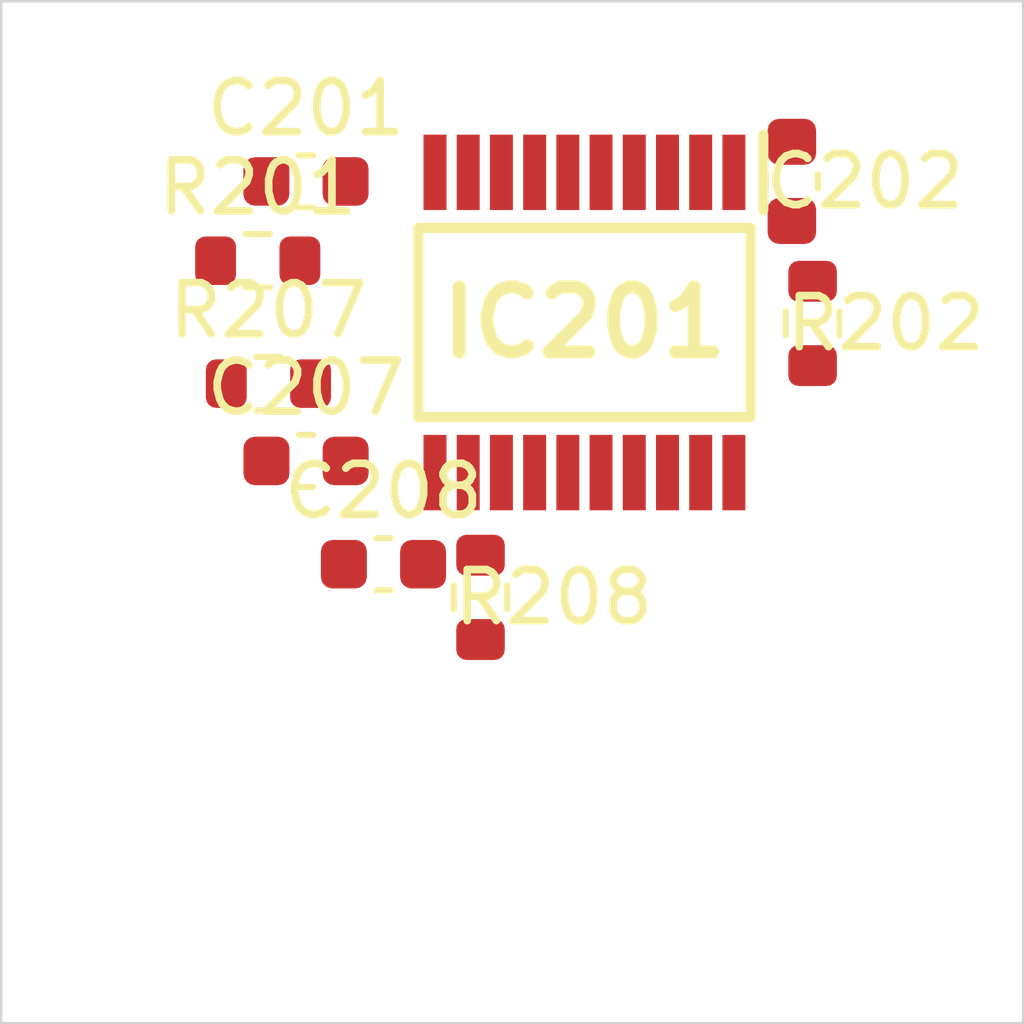
<source format=kicad_pcb>
 ( kicad_pcb  ( version 20171130 )
 ( host pcbnew 5.1.12-84ad8e8a86~92~ubuntu18.04.1 )
 ( general  ( thickness 1.6 )
 ( drawings 4 )
 ( tracks 0 )
 ( zones 0 )
 ( modules 9 )
 ( nets 19 )
)
 ( page A4 )
 ( layers  ( 0 F.Cu signal )
 ( 31 B.Cu signal )
 ( 32 B.Adhes user )
 ( 33 F.Adhes user )
 ( 34 B.Paste user )
 ( 35 F.Paste user )
 ( 36 B.SilkS user )
 ( 37 F.SilkS user )
 ( 38 B.Mask user )
 ( 39 F.Mask user )
 ( 40 Dwgs.User user )
 ( 41 Cmts.User user )
 ( 42 Eco1.User user )
 ( 43 Eco2.User user )
 ( 44 Edge.Cuts user )
 ( 45 Margin user )
 ( 46 B.CrtYd user )
 ( 47 F.CrtYd user )
 ( 48 B.Fab user )
 ( 49 F.Fab user )
)
 ( setup  ( last_trace_width 0.25 )
 ( trace_clearance 0.2 )
 ( zone_clearance 0.508 )
 ( zone_45_only no )
 ( trace_min 0.2 )
 ( via_size 0.8 )
 ( via_drill 0.4 )
 ( via_min_size 0.4 )
 ( via_min_drill 0.3 )
 ( uvia_size 0.3 )
 ( uvia_drill 0.1 )
 ( uvias_allowed no )
 ( uvia_min_size 0.2 )
 ( uvia_min_drill 0.1 )
 ( edge_width 0.05 )
 ( segment_width 0.2 )
 ( pcb_text_width 0.3 )
 ( pcb_text_size 1.5 1.5 )
 ( mod_edge_width 0.12 )
 ( mod_text_size 1 1 )
 ( mod_text_width 0.15 )
 ( pad_size 1.524 1.524 )
 ( pad_drill 0.762 )
 ( pad_to_mask_clearance 0 )
 ( aux_axis_origin 0 0 )
 ( visible_elements FFFFFF7F )
 ( pcbplotparams  ( layerselection 0x010fc_ffffffff )
 ( usegerberextensions false )
 ( usegerberattributes true )
 ( usegerberadvancedattributes true )
 ( creategerberjobfile true )
 ( excludeedgelayer true )
 ( linewidth 0.100000 )
 ( plotframeref false )
 ( viasonmask false )
 ( mode 1 )
 ( useauxorigin false )
 ( hpglpennumber 1 )
 ( hpglpenspeed 20 )
 ( hpglpendiameter 15.000000 )
 ( psnegative false )
 ( psa4output false )
 ( plotreference true )
 ( plotvalue true )
 ( plotinvisibletext false )
 ( padsonsilk false )
 ( subtractmaskfromsilk false )
 ( outputformat 1 )
 ( mirror false )
 ( drillshape 1 )
 ( scaleselection 1 )
 ( outputdirectory "" )
)
)
 ( net 0 "" )
 ( net 1 GND )
 ( net 2 /Sheet6235D886/ch0 )
 ( net 3 /Sheet6235D886/ch1 )
 ( net 4 /Sheet6235D886/ch2 )
 ( net 5 /Sheet6235D886/ch3 )
 ( net 6 /Sheet6235D886/ch4 )
 ( net 7 /Sheet6235D886/ch5 )
 ( net 8 /Sheet6235D886/ch6 )
 ( net 9 /Sheet6235D886/ch7 )
 ( net 10 VDD )
 ( net 11 VDDA )
 ( net 12 /Sheet6235D886/adc_csn )
 ( net 13 /Sheet6235D886/adc_sck )
 ( net 14 /Sheet6235D886/adc_sdi )
 ( net 15 /Sheet6235D886/adc_sdo )
 ( net 16 /Sheet6235D886/vp )
 ( net 17 /Sheet6248AD22/chn0 )
 ( net 18 /Sheet6248AD22/chn3 )
 ( net_class Default "This is the default net class."  ( clearance 0.2 )
 ( trace_width 0.25 )
 ( via_dia 0.8 )
 ( via_drill 0.4 )
 ( uvia_dia 0.3 )
 ( uvia_drill 0.1 )
 ( add_net /Sheet6235D886/adc_csn )
 ( add_net /Sheet6235D886/adc_sck )
 ( add_net /Sheet6235D886/adc_sdi )
 ( add_net /Sheet6235D886/adc_sdo )
 ( add_net /Sheet6235D886/ch0 )
 ( add_net /Sheet6235D886/ch1 )
 ( add_net /Sheet6235D886/ch2 )
 ( add_net /Sheet6235D886/ch3 )
 ( add_net /Sheet6235D886/ch4 )
 ( add_net /Sheet6235D886/ch5 )
 ( add_net /Sheet6235D886/ch6 )
 ( add_net /Sheet6235D886/ch7 )
 ( add_net /Sheet6235D886/vp )
 ( add_net /Sheet6248AD22/chn0 )
 ( add_net /Sheet6248AD22/chn3 )
 ( add_net GND )
 ( add_net VDD )
 ( add_net VDDA )
)
 ( module Capacitor_SMD:C_0603_1608Metric  ( layer F.Cu )
 ( tedit 5F68FEEE )
 ( tstamp 6234222D )
 ( at 85.963100 103.526000 )
 ( descr "Capacitor SMD 0603 (1608 Metric), square (rectangular) end terminal, IPC_7351 nominal, (Body size source: IPC-SM-782 page 76, https://www.pcb-3d.com/wordpress/wp-content/uploads/ipc-sm-782a_amendment_1_and_2.pdf), generated with kicad-footprint-generator" )
 ( tags capacitor )
 ( path /6235D887/623691C5 )
 ( attr smd )
 ( fp_text reference C201  ( at 0 -1.43 )
 ( layer F.SilkS )
 ( effects  ( font  ( size 1 1 )
 ( thickness 0.15 )
)
)
)
 ( fp_text value 0.1uF  ( at 0 1.43 )
 ( layer F.Fab )
 ( effects  ( font  ( size 1 1 )
 ( thickness 0.15 )
)
)
)
 ( fp_line  ( start -0.8 0.4 )
 ( end -0.8 -0.4 )
 ( layer F.Fab )
 ( width 0.1 )
)
 ( fp_line  ( start -0.8 -0.4 )
 ( end 0.8 -0.4 )
 ( layer F.Fab )
 ( width 0.1 )
)
 ( fp_line  ( start 0.8 -0.4 )
 ( end 0.8 0.4 )
 ( layer F.Fab )
 ( width 0.1 )
)
 ( fp_line  ( start 0.8 0.4 )
 ( end -0.8 0.4 )
 ( layer F.Fab )
 ( width 0.1 )
)
 ( fp_line  ( start -0.14058 -0.51 )
 ( end 0.14058 -0.51 )
 ( layer F.SilkS )
 ( width 0.12 )
)
 ( fp_line  ( start -0.14058 0.51 )
 ( end 0.14058 0.51 )
 ( layer F.SilkS )
 ( width 0.12 )
)
 ( fp_line  ( start -1.48 0.73 )
 ( end -1.48 -0.73 )
 ( layer F.CrtYd )
 ( width 0.05 )
)
 ( fp_line  ( start -1.48 -0.73 )
 ( end 1.48 -0.73 )
 ( layer F.CrtYd )
 ( width 0.05 )
)
 ( fp_line  ( start 1.48 -0.73 )
 ( end 1.48 0.73 )
 ( layer F.CrtYd )
 ( width 0.05 )
)
 ( fp_line  ( start 1.48 0.73 )
 ( end -1.48 0.73 )
 ( layer F.CrtYd )
 ( width 0.05 )
)
 ( fp_text user %R  ( at 0 0 )
 ( layer F.Fab )
 ( effects  ( font  ( size 0.4 0.4 )
 ( thickness 0.06 )
)
)
)
 ( pad 2 smd roundrect  ( at 0.775 0 )
 ( size 0.9 0.95 )
 ( layers F.Cu F.Mask F.Paste )
 ( roundrect_rratio 0.25 )
 ( net 1 GND )
)
 ( pad 1 smd roundrect  ( at -0.775 0 )
 ( size 0.9 0.95 )
 ( layers F.Cu F.Mask F.Paste )
 ( roundrect_rratio 0.25 )
 ( net 2 /Sheet6235D886/ch0 )
)
 ( model ${KISYS3DMOD}/Capacitor_SMD.3dshapes/C_0603_1608Metric.wrl  ( at  ( xyz 0 0 0 )
)
 ( scale  ( xyz 1 1 1 )
)
 ( rotate  ( xyz 0 0 0 )
)
)
)
 ( module Capacitor_SMD:C_0603_1608Metric  ( layer F.Cu )
 ( tedit 5F68FEEE )
 ( tstamp 6234223E )
 ( at 95.472700 103.525000 270.000000 )
 ( descr "Capacitor SMD 0603 (1608 Metric), square (rectangular) end terminal, IPC_7351 nominal, (Body size source: IPC-SM-782 page 76, https://www.pcb-3d.com/wordpress/wp-content/uploads/ipc-sm-782a_amendment_1_and_2.pdf), generated with kicad-footprint-generator" )
 ( tags capacitor )
 ( path /6235D887/62369EE0 )
 ( attr smd )
 ( fp_text reference C202  ( at 0 -1.43 )
 ( layer F.SilkS )
 ( effects  ( font  ( size 1 1 )
 ( thickness 0.15 )
)
)
)
 ( fp_text value 0.1uF  ( at 0 1.43 )
 ( layer F.Fab )
 ( effects  ( font  ( size 1 1 )
 ( thickness 0.15 )
)
)
)
 ( fp_line  ( start 1.48 0.73 )
 ( end -1.48 0.73 )
 ( layer F.CrtYd )
 ( width 0.05 )
)
 ( fp_line  ( start 1.48 -0.73 )
 ( end 1.48 0.73 )
 ( layer F.CrtYd )
 ( width 0.05 )
)
 ( fp_line  ( start -1.48 -0.73 )
 ( end 1.48 -0.73 )
 ( layer F.CrtYd )
 ( width 0.05 )
)
 ( fp_line  ( start -1.48 0.73 )
 ( end -1.48 -0.73 )
 ( layer F.CrtYd )
 ( width 0.05 )
)
 ( fp_line  ( start -0.14058 0.51 )
 ( end 0.14058 0.51 )
 ( layer F.SilkS )
 ( width 0.12 )
)
 ( fp_line  ( start -0.14058 -0.51 )
 ( end 0.14058 -0.51 )
 ( layer F.SilkS )
 ( width 0.12 )
)
 ( fp_line  ( start 0.8 0.4 )
 ( end -0.8 0.4 )
 ( layer F.Fab )
 ( width 0.1 )
)
 ( fp_line  ( start 0.8 -0.4 )
 ( end 0.8 0.4 )
 ( layer F.Fab )
 ( width 0.1 )
)
 ( fp_line  ( start -0.8 -0.4 )
 ( end 0.8 -0.4 )
 ( layer F.Fab )
 ( width 0.1 )
)
 ( fp_line  ( start -0.8 0.4 )
 ( end -0.8 -0.4 )
 ( layer F.Fab )
 ( width 0.1 )
)
 ( fp_text user %R  ( at 0 0 )
 ( layer F.Fab )
 ( effects  ( font  ( size 0.4 0.4 )
 ( thickness 0.06 )
)
)
)
 ( pad 1 smd roundrect  ( at -0.775 0 270.000000 )
 ( size 0.9 0.95 )
 ( layers F.Cu F.Mask F.Paste )
 ( roundrect_rratio 0.25 )
 ( net 1 GND )
)
 ( pad 2 smd roundrect  ( at 0.775 0 270.000000 )
 ( size 0.9 0.95 )
 ( layers F.Cu F.Mask F.Paste )
 ( roundrect_rratio 0.25 )
 ( net 3 /Sheet6235D886/ch1 )
)
 ( model ${KISYS3DMOD}/Capacitor_SMD.3dshapes/C_0603_1608Metric.wrl  ( at  ( xyz 0 0 0 )
)
 ( scale  ( xyz 1 1 1 )
)
 ( rotate  ( xyz 0 0 0 )
)
)
)
 ( module Capacitor_SMD:C_0603_1608Metric  ( layer F.Cu )
 ( tedit 5F68FEEE )
 ( tstamp 62342293 )
 ( at 85.964400 108.996000 )
 ( descr "Capacitor SMD 0603 (1608 Metric), square (rectangular) end terminal, IPC_7351 nominal, (Body size source: IPC-SM-782 page 76, https://www.pcb-3d.com/wordpress/wp-content/uploads/ipc-sm-782a_amendment_1_and_2.pdf), generated with kicad-footprint-generator" )
 ( tags capacitor )
 ( path /6235D887/6238B3FE )
 ( attr smd )
 ( fp_text reference C207  ( at 0 -1.43 )
 ( layer F.SilkS )
 ( effects  ( font  ( size 1 1 )
 ( thickness 0.15 )
)
)
)
 ( fp_text value 0.1uF  ( at 0 1.43 )
 ( layer F.Fab )
 ( effects  ( font  ( size 1 1 )
 ( thickness 0.15 )
)
)
)
 ( fp_line  ( start -0.8 0.4 )
 ( end -0.8 -0.4 )
 ( layer F.Fab )
 ( width 0.1 )
)
 ( fp_line  ( start -0.8 -0.4 )
 ( end 0.8 -0.4 )
 ( layer F.Fab )
 ( width 0.1 )
)
 ( fp_line  ( start 0.8 -0.4 )
 ( end 0.8 0.4 )
 ( layer F.Fab )
 ( width 0.1 )
)
 ( fp_line  ( start 0.8 0.4 )
 ( end -0.8 0.4 )
 ( layer F.Fab )
 ( width 0.1 )
)
 ( fp_line  ( start -0.14058 -0.51 )
 ( end 0.14058 -0.51 )
 ( layer F.SilkS )
 ( width 0.12 )
)
 ( fp_line  ( start -0.14058 0.51 )
 ( end 0.14058 0.51 )
 ( layer F.SilkS )
 ( width 0.12 )
)
 ( fp_line  ( start -1.48 0.73 )
 ( end -1.48 -0.73 )
 ( layer F.CrtYd )
 ( width 0.05 )
)
 ( fp_line  ( start -1.48 -0.73 )
 ( end 1.48 -0.73 )
 ( layer F.CrtYd )
 ( width 0.05 )
)
 ( fp_line  ( start 1.48 -0.73 )
 ( end 1.48 0.73 )
 ( layer F.CrtYd )
 ( width 0.05 )
)
 ( fp_line  ( start 1.48 0.73 )
 ( end -1.48 0.73 )
 ( layer F.CrtYd )
 ( width 0.05 )
)
 ( fp_text user %R  ( at 0 0 )
 ( layer F.Fab )
 ( effects  ( font  ( size 0.4 0.4 )
 ( thickness 0.06 )
)
)
)
 ( pad 2 smd roundrect  ( at 0.775 0 )
 ( size 0.9 0.95 )
 ( layers F.Cu F.Mask F.Paste )
 ( roundrect_rratio 0.25 )
 ( net 1 GND )
)
 ( pad 1 smd roundrect  ( at -0.775 0 )
 ( size 0.9 0.95 )
 ( layers F.Cu F.Mask F.Paste )
 ( roundrect_rratio 0.25 )
 ( net 8 /Sheet6235D886/ch6 )
)
 ( model ${KISYS3DMOD}/Capacitor_SMD.3dshapes/C_0603_1608Metric.wrl  ( at  ( xyz 0 0 0 )
)
 ( scale  ( xyz 1 1 1 )
)
 ( rotate  ( xyz 0 0 0 )
)
)
)
 ( module Capacitor_SMD:C_0603_1608Metric  ( layer F.Cu )
 ( tedit 5F68FEEE )
 ( tstamp 623422A4 )
 ( at 87.480100 111.017000 )
 ( descr "Capacitor SMD 0603 (1608 Metric), square (rectangular) end terminal, IPC_7351 nominal, (Body size source: IPC-SM-782 page 76, https://www.pcb-3d.com/wordpress/wp-content/uploads/ipc-sm-782a_amendment_1_and_2.pdf), generated with kicad-footprint-generator" )
 ( tags capacitor )
 ( path /6235D887/6238B404 )
 ( attr smd )
 ( fp_text reference C208  ( at 0 -1.43 )
 ( layer F.SilkS )
 ( effects  ( font  ( size 1 1 )
 ( thickness 0.15 )
)
)
)
 ( fp_text value 0.1uF  ( at 0 1.43 )
 ( layer F.Fab )
 ( effects  ( font  ( size 1 1 )
 ( thickness 0.15 )
)
)
)
 ( fp_line  ( start 1.48 0.73 )
 ( end -1.48 0.73 )
 ( layer F.CrtYd )
 ( width 0.05 )
)
 ( fp_line  ( start 1.48 -0.73 )
 ( end 1.48 0.73 )
 ( layer F.CrtYd )
 ( width 0.05 )
)
 ( fp_line  ( start -1.48 -0.73 )
 ( end 1.48 -0.73 )
 ( layer F.CrtYd )
 ( width 0.05 )
)
 ( fp_line  ( start -1.48 0.73 )
 ( end -1.48 -0.73 )
 ( layer F.CrtYd )
 ( width 0.05 )
)
 ( fp_line  ( start -0.14058 0.51 )
 ( end 0.14058 0.51 )
 ( layer F.SilkS )
 ( width 0.12 )
)
 ( fp_line  ( start -0.14058 -0.51 )
 ( end 0.14058 -0.51 )
 ( layer F.SilkS )
 ( width 0.12 )
)
 ( fp_line  ( start 0.8 0.4 )
 ( end -0.8 0.4 )
 ( layer F.Fab )
 ( width 0.1 )
)
 ( fp_line  ( start 0.8 -0.4 )
 ( end 0.8 0.4 )
 ( layer F.Fab )
 ( width 0.1 )
)
 ( fp_line  ( start -0.8 -0.4 )
 ( end 0.8 -0.4 )
 ( layer F.Fab )
 ( width 0.1 )
)
 ( fp_line  ( start -0.8 0.4 )
 ( end -0.8 -0.4 )
 ( layer F.Fab )
 ( width 0.1 )
)
 ( fp_text user %R  ( at 0 0 )
 ( layer F.Fab )
 ( effects  ( font  ( size 0.4 0.4 )
 ( thickness 0.06 )
)
)
)
 ( pad 1 smd roundrect  ( at -0.775 0 )
 ( size 0.9 0.95 )
 ( layers F.Cu F.Mask F.Paste )
 ( roundrect_rratio 0.25 )
 ( net 1 GND )
)
 ( pad 2 smd roundrect  ( at 0.775 0 )
 ( size 0.9 0.95 )
 ( layers F.Cu F.Mask F.Paste )
 ( roundrect_rratio 0.25 )
 ( net 9 /Sheet6235D886/ch7 )
)
 ( model ${KISYS3DMOD}/Capacitor_SMD.3dshapes/C_0603_1608Metric.wrl  ( at  ( xyz 0 0 0 )
)
 ( scale  ( xyz 1 1 1 )
)
 ( rotate  ( xyz 0 0 0 )
)
)
)
 ( module MCP3564R-E_ST:SOP65P640X120-20N locked  ( layer F.Cu )
 ( tedit 623351C2 )
 ( tstamp 623423D6 )
 ( at 91.413300 106.286000 270.000000 )
 ( descr "20-Lead Plastic Thin Shrink Small Outline (ST) - 4.4mm body [TSSOP]" )
 ( tags "Integrated Circuit" )
 ( path /6235D887/6235E071 )
 ( attr smd )
 ( fp_text reference IC201  ( at 0 0 )
 ( layer F.SilkS )
 ( effects  ( font  ( size 1.27 1.27 )
 ( thickness 0.254 )
)
)
)
 ( fp_text value MCP3564R-E_ST  ( at 0 0 )
 ( layer F.SilkS )
hide  ( effects  ( font  ( size 1.27 1.27 )
 ( thickness 0.254 )
)
)
)
 ( fp_line  ( start -3.925 -3.55 )
 ( end 3.925 -3.55 )
 ( layer Dwgs.User )
 ( width 0.05 )
)
 ( fp_line  ( start 3.925 -3.55 )
 ( end 3.925 3.55 )
 ( layer Dwgs.User )
 ( width 0.05 )
)
 ( fp_line  ( start 3.925 3.55 )
 ( end -3.925 3.55 )
 ( layer Dwgs.User )
 ( width 0.05 )
)
 ( fp_line  ( start -3.925 3.55 )
 ( end -3.925 -3.55 )
 ( layer Dwgs.User )
 ( width 0.05 )
)
 ( fp_line  ( start -2.2 -3.25 )
 ( end 2.2 -3.25 )
 ( layer Dwgs.User )
 ( width 0.1 )
)
 ( fp_line  ( start 2.2 -3.25 )
 ( end 2.2 3.25 )
 ( layer Dwgs.User )
 ( width 0.1 )
)
 ( fp_line  ( start 2.2 3.25 )
 ( end -2.2 3.25 )
 ( layer Dwgs.User )
 ( width 0.1 )
)
 ( fp_line  ( start -2.2 3.25 )
 ( end -2.2 -3.25 )
 ( layer Dwgs.User )
 ( width 0.1 )
)
 ( fp_line  ( start -2.2 -2.6 )
 ( end -1.55 -3.25 )
 ( layer Dwgs.User )
 ( width 0.1 )
)
 ( fp_line  ( start -1.85 -3.25 )
 ( end 1.85 -3.25 )
 ( layer F.SilkS )
 ( width 0.2 )
)
 ( fp_line  ( start 1.85 -3.25 )
 ( end 1.85 3.25 )
 ( layer F.SilkS )
 ( width 0.2 )
)
 ( fp_line  ( start 1.85 3.25 )
 ( end -1.85 3.25 )
 ( layer F.SilkS )
 ( width 0.2 )
)
 ( fp_line  ( start -1.85 3.25 )
 ( end -1.85 -3.25 )
 ( layer F.SilkS )
 ( width 0.2 )
)
 ( fp_line  ( start -3.675 -3.5 )
 ( end -2.2 -3.5 )
 ( layer F.SilkS )
 ( width 0.2 )
)
 ( pad 1 smd rect  ( at -2.938 -2.925 )
 ( size 0.45 1.475 )
 ( layers F.Cu F.Mask F.Paste )
 ( net 11 VDDA )
)
 ( pad 2 smd rect  ( at -2.938 -2.275 )
 ( size 0.45 1.475 )
 ( layers F.Cu F.Mask F.Paste )
 ( net 1 GND )
)
 ( pad 3 smd rect  ( at -2.938 -1.625 )
 ( size 0.45 1.475 )
 ( layers F.Cu F.Mask F.Paste )
 ( net 1 GND )
)
 ( pad 4 smd rect  ( at -2.938 -0.975 )
 ( size 0.45 1.475 )
 ( layers F.Cu F.Mask F.Paste )
)
 ( pad 5 smd rect  ( at -2.938 -0.325 )
 ( size 0.45 1.475 )
 ( layers F.Cu F.Mask F.Paste )
 ( net 2 /Sheet6235D886/ch0 )
)
 ( pad 6 smd rect  ( at -2.938 0.325 )
 ( size 0.45 1.475 )
 ( layers F.Cu F.Mask F.Paste )
 ( net 3 /Sheet6235D886/ch1 )
)
 ( pad 7 smd rect  ( at -2.938 0.975 )
 ( size 0.45 1.475 )
 ( layers F.Cu F.Mask F.Paste )
 ( net 4 /Sheet6235D886/ch2 )
)
 ( pad 8 smd rect  ( at -2.938 1.625 )
 ( size 0.45 1.475 )
 ( layers F.Cu F.Mask F.Paste )
 ( net 5 /Sheet6235D886/ch3 )
)
 ( pad 9 smd rect  ( at -2.938 2.275 )
 ( size 0.45 1.475 )
 ( layers F.Cu F.Mask F.Paste )
 ( net 6 /Sheet6235D886/ch4 )
)
 ( pad 10 smd rect  ( at -2.938 2.925 )
 ( size 0.45 1.475 )
 ( layers F.Cu F.Mask F.Paste )
 ( net 7 /Sheet6235D886/ch5 )
)
 ( pad 11 smd rect  ( at 2.938 2.925 )
 ( size 0.45 1.475 )
 ( layers F.Cu F.Mask F.Paste )
 ( net 8 /Sheet6235D886/ch6 )
)
 ( pad 12 smd rect  ( at 2.938 2.275 )
 ( size 0.45 1.475 )
 ( layers F.Cu F.Mask F.Paste )
 ( net 9 /Sheet6235D886/ch7 )
)
 ( pad 13 smd rect  ( at 2.938 1.625 )
 ( size 0.45 1.475 )
 ( layers F.Cu F.Mask F.Paste )
 ( net 12 /Sheet6235D886/adc_csn )
)
 ( pad 14 smd rect  ( at 2.938 0.975 )
 ( size 0.45 1.475 )
 ( layers F.Cu F.Mask F.Paste )
 ( net 13 /Sheet6235D886/adc_sck )
)
 ( pad 15 smd rect  ( at 2.938 0.325 )
 ( size 0.45 1.475 )
 ( layers F.Cu F.Mask F.Paste )
 ( net 14 /Sheet6235D886/adc_sdi )
)
 ( pad 16 smd rect  ( at 2.938 -0.325 )
 ( size 0.45 1.475 )
 ( layers F.Cu F.Mask F.Paste )
 ( net 15 /Sheet6235D886/adc_sdo )
)
 ( pad 17 smd rect  ( at 2.938 -0.975 )
 ( size 0.45 1.475 )
 ( layers F.Cu F.Mask F.Paste )
)
 ( pad 18 smd rect  ( at 2.938 -1.625 )
 ( size 0.45 1.475 )
 ( layers F.Cu F.Mask F.Paste )
)
 ( pad 19 smd rect  ( at 2.938 -2.275 )
 ( size 0.45 1.475 )
 ( layers F.Cu F.Mask F.Paste )
 ( net 1 GND )
)
 ( pad 20 smd rect  ( at 2.938 -2.925 )
 ( size 0.45 1.475 )
 ( layers F.Cu F.Mask F.Paste )
 ( net 10 VDD )
)
)
 ( module Resistor_SMD:R_0603_1608Metric  ( layer F.Cu )
 ( tedit 5F68FEEE )
 ( tstamp 6234250D )
 ( at 85.019300 105.078000 )
 ( descr "Resistor SMD 0603 (1608 Metric), square (rectangular) end terminal, IPC_7351 nominal, (Body size source: IPC-SM-782 page 72, https://www.pcb-3d.com/wordpress/wp-content/uploads/ipc-sm-782a_amendment_1_and_2.pdf), generated with kicad-footprint-generator" )
 ( tags resistor )
 ( path /6235D887/623641B7 )
 ( attr smd )
 ( fp_text reference R201  ( at 0 -1.43 )
 ( layer F.SilkS )
 ( effects  ( font  ( size 1 1 )
 ( thickness 0.15 )
)
)
)
 ( fp_text value 1k  ( at 0 1.43 )
 ( layer F.Fab )
 ( effects  ( font  ( size 1 1 )
 ( thickness 0.15 )
)
)
)
 ( fp_line  ( start -0.8 0.4125 )
 ( end -0.8 -0.4125 )
 ( layer F.Fab )
 ( width 0.1 )
)
 ( fp_line  ( start -0.8 -0.4125 )
 ( end 0.8 -0.4125 )
 ( layer F.Fab )
 ( width 0.1 )
)
 ( fp_line  ( start 0.8 -0.4125 )
 ( end 0.8 0.4125 )
 ( layer F.Fab )
 ( width 0.1 )
)
 ( fp_line  ( start 0.8 0.4125 )
 ( end -0.8 0.4125 )
 ( layer F.Fab )
 ( width 0.1 )
)
 ( fp_line  ( start -0.237258 -0.5225 )
 ( end 0.237258 -0.5225 )
 ( layer F.SilkS )
 ( width 0.12 )
)
 ( fp_line  ( start -0.237258 0.5225 )
 ( end 0.237258 0.5225 )
 ( layer F.SilkS )
 ( width 0.12 )
)
 ( fp_line  ( start -1.48 0.73 )
 ( end -1.48 -0.73 )
 ( layer F.CrtYd )
 ( width 0.05 )
)
 ( fp_line  ( start -1.48 -0.73 )
 ( end 1.48 -0.73 )
 ( layer F.CrtYd )
 ( width 0.05 )
)
 ( fp_line  ( start 1.48 -0.73 )
 ( end 1.48 0.73 )
 ( layer F.CrtYd )
 ( width 0.05 )
)
 ( fp_line  ( start 1.48 0.73 )
 ( end -1.48 0.73 )
 ( layer F.CrtYd )
 ( width 0.05 )
)
 ( fp_text user %R  ( at 0 0 )
 ( layer F.Fab )
 ( effects  ( font  ( size 0.4 0.4 )
 ( thickness 0.06 )
)
)
)
 ( pad 2 smd roundrect  ( at 0.825 0 )
 ( size 0.8 0.95 )
 ( layers F.Cu F.Mask F.Paste )
 ( roundrect_rratio 0.25 )
 ( net 16 /Sheet6235D886/vp )
)
 ( pad 1 smd roundrect  ( at -0.825 0 )
 ( size 0.8 0.95 )
 ( layers F.Cu F.Mask F.Paste )
 ( roundrect_rratio 0.25 )
 ( net 2 /Sheet6235D886/ch0 )
)
 ( model ${KISYS3DMOD}/Resistor_SMD.3dshapes/R_0603_1608Metric.wrl  ( at  ( xyz 0 0 0 )
)
 ( scale  ( xyz 1 1 1 )
)
 ( rotate  ( xyz 0 0 0 )
)
)
)
 ( module Resistor_SMD:R_0603_1608Metric  ( layer F.Cu )
 ( tedit 5F68FEEE )
 ( tstamp 6234251E )
 ( at 95.878400 106.305000 270.000000 )
 ( descr "Resistor SMD 0603 (1608 Metric), square (rectangular) end terminal, IPC_7351 nominal, (Body size source: IPC-SM-782 page 72, https://www.pcb-3d.com/wordpress/wp-content/uploads/ipc-sm-782a_amendment_1_and_2.pdf), generated with kicad-footprint-generator" )
 ( tags resistor )
 ( path /6235D887/6236A646 )
 ( attr smd )
 ( fp_text reference R202  ( at 0 -1.43 )
 ( layer F.SilkS )
 ( effects  ( font  ( size 1 1 )
 ( thickness 0.15 )
)
)
)
 ( fp_text value 1k  ( at 0 1.43 )
 ( layer F.Fab )
 ( effects  ( font  ( size 1 1 )
 ( thickness 0.15 )
)
)
)
 ( fp_line  ( start 1.48 0.73 )
 ( end -1.48 0.73 )
 ( layer F.CrtYd )
 ( width 0.05 )
)
 ( fp_line  ( start 1.48 -0.73 )
 ( end 1.48 0.73 )
 ( layer F.CrtYd )
 ( width 0.05 )
)
 ( fp_line  ( start -1.48 -0.73 )
 ( end 1.48 -0.73 )
 ( layer F.CrtYd )
 ( width 0.05 )
)
 ( fp_line  ( start -1.48 0.73 )
 ( end -1.48 -0.73 )
 ( layer F.CrtYd )
 ( width 0.05 )
)
 ( fp_line  ( start -0.237258 0.5225 )
 ( end 0.237258 0.5225 )
 ( layer F.SilkS )
 ( width 0.12 )
)
 ( fp_line  ( start -0.237258 -0.5225 )
 ( end 0.237258 -0.5225 )
 ( layer F.SilkS )
 ( width 0.12 )
)
 ( fp_line  ( start 0.8 0.4125 )
 ( end -0.8 0.4125 )
 ( layer F.Fab )
 ( width 0.1 )
)
 ( fp_line  ( start 0.8 -0.4125 )
 ( end 0.8 0.4125 )
 ( layer F.Fab )
 ( width 0.1 )
)
 ( fp_line  ( start -0.8 -0.4125 )
 ( end 0.8 -0.4125 )
 ( layer F.Fab )
 ( width 0.1 )
)
 ( fp_line  ( start -0.8 0.4125 )
 ( end -0.8 -0.4125 )
 ( layer F.Fab )
 ( width 0.1 )
)
 ( fp_text user %R  ( at 0 0 )
 ( layer F.Fab )
 ( effects  ( font  ( size 0.4 0.4 )
 ( thickness 0.06 )
)
)
)
 ( pad 1 smd roundrect  ( at -0.825 0 270.000000 )
 ( size 0.8 0.95 )
 ( layers F.Cu F.Mask F.Paste )
 ( roundrect_rratio 0.25 )
 ( net 3 /Sheet6235D886/ch1 )
)
 ( pad 2 smd roundrect  ( at 0.825 0 270.000000 )
 ( size 0.8 0.95 )
 ( layers F.Cu F.Mask F.Paste )
 ( roundrect_rratio 0.25 )
 ( net 17 /Sheet6248AD22/chn0 )
)
 ( model ${KISYS3DMOD}/Resistor_SMD.3dshapes/R_0603_1608Metric.wrl  ( at  ( xyz 0 0 0 )
)
 ( scale  ( xyz 1 1 1 )
)
 ( rotate  ( xyz 0 0 0 )
)
)
)
 ( module Resistor_SMD:R_0603_1608Metric  ( layer F.Cu )
 ( tedit 5F68FEEE )
 ( tstamp 62342573 )
 ( at 85.228500 107.483000 )
 ( descr "Resistor SMD 0603 (1608 Metric), square (rectangular) end terminal, IPC_7351 nominal, (Body size source: IPC-SM-782 page 72, https://www.pcb-3d.com/wordpress/wp-content/uploads/ipc-sm-782a_amendment_1_and_2.pdf), generated with kicad-footprint-generator" )
 ( tags resistor )
 ( path /6235D887/6238B3F8 )
 ( attr smd )
 ( fp_text reference R207  ( at 0 -1.43 )
 ( layer F.SilkS )
 ( effects  ( font  ( size 1 1 )
 ( thickness 0.15 )
)
)
)
 ( fp_text value 1k  ( at 0 1.43 )
 ( layer F.Fab )
 ( effects  ( font  ( size 1 1 )
 ( thickness 0.15 )
)
)
)
 ( fp_line  ( start -0.8 0.4125 )
 ( end -0.8 -0.4125 )
 ( layer F.Fab )
 ( width 0.1 )
)
 ( fp_line  ( start -0.8 -0.4125 )
 ( end 0.8 -0.4125 )
 ( layer F.Fab )
 ( width 0.1 )
)
 ( fp_line  ( start 0.8 -0.4125 )
 ( end 0.8 0.4125 )
 ( layer F.Fab )
 ( width 0.1 )
)
 ( fp_line  ( start 0.8 0.4125 )
 ( end -0.8 0.4125 )
 ( layer F.Fab )
 ( width 0.1 )
)
 ( fp_line  ( start -0.237258 -0.5225 )
 ( end 0.237258 -0.5225 )
 ( layer F.SilkS )
 ( width 0.12 )
)
 ( fp_line  ( start -0.237258 0.5225 )
 ( end 0.237258 0.5225 )
 ( layer F.SilkS )
 ( width 0.12 )
)
 ( fp_line  ( start -1.48 0.73 )
 ( end -1.48 -0.73 )
 ( layer F.CrtYd )
 ( width 0.05 )
)
 ( fp_line  ( start -1.48 -0.73 )
 ( end 1.48 -0.73 )
 ( layer F.CrtYd )
 ( width 0.05 )
)
 ( fp_line  ( start 1.48 -0.73 )
 ( end 1.48 0.73 )
 ( layer F.CrtYd )
 ( width 0.05 )
)
 ( fp_line  ( start 1.48 0.73 )
 ( end -1.48 0.73 )
 ( layer F.CrtYd )
 ( width 0.05 )
)
 ( fp_text user %R  ( at 0 0 )
 ( layer F.Fab )
 ( effects  ( font  ( size 0.4 0.4 )
 ( thickness 0.06 )
)
)
)
 ( pad 2 smd roundrect  ( at 0.825 0 )
 ( size 0.8 0.95 )
 ( layers F.Cu F.Mask F.Paste )
 ( roundrect_rratio 0.25 )
 ( net 16 /Sheet6235D886/vp )
)
 ( pad 1 smd roundrect  ( at -0.825 0 )
 ( size 0.8 0.95 )
 ( layers F.Cu F.Mask F.Paste )
 ( roundrect_rratio 0.25 )
 ( net 8 /Sheet6235D886/ch6 )
)
 ( model ${KISYS3DMOD}/Resistor_SMD.3dshapes/R_0603_1608Metric.wrl  ( at  ( xyz 0 0 0 )
)
 ( scale  ( xyz 1 1 1 )
)
 ( rotate  ( xyz 0 0 0 )
)
)
)
 ( module Resistor_SMD:R_0603_1608Metric  ( layer F.Cu )
 ( tedit 5F68FEEE )
 ( tstamp 62342584 )
 ( at 89.379300 111.666000 270.000000 )
 ( descr "Resistor SMD 0603 (1608 Metric), square (rectangular) end terminal, IPC_7351 nominal, (Body size source: IPC-SM-782 page 72, https://www.pcb-3d.com/wordpress/wp-content/uploads/ipc-sm-782a_amendment_1_and_2.pdf), generated with kicad-footprint-generator" )
 ( tags resistor )
 ( path /6235D887/6238B40A )
 ( attr smd )
 ( fp_text reference R208  ( at 0 -1.43 )
 ( layer F.SilkS )
 ( effects  ( font  ( size 1 1 )
 ( thickness 0.15 )
)
)
)
 ( fp_text value 1k  ( at 0 1.43 )
 ( layer F.Fab )
 ( effects  ( font  ( size 1 1 )
 ( thickness 0.15 )
)
)
)
 ( fp_line  ( start 1.48 0.73 )
 ( end -1.48 0.73 )
 ( layer F.CrtYd )
 ( width 0.05 )
)
 ( fp_line  ( start 1.48 -0.73 )
 ( end 1.48 0.73 )
 ( layer F.CrtYd )
 ( width 0.05 )
)
 ( fp_line  ( start -1.48 -0.73 )
 ( end 1.48 -0.73 )
 ( layer F.CrtYd )
 ( width 0.05 )
)
 ( fp_line  ( start -1.48 0.73 )
 ( end -1.48 -0.73 )
 ( layer F.CrtYd )
 ( width 0.05 )
)
 ( fp_line  ( start -0.237258 0.5225 )
 ( end 0.237258 0.5225 )
 ( layer F.SilkS )
 ( width 0.12 )
)
 ( fp_line  ( start -0.237258 -0.5225 )
 ( end 0.237258 -0.5225 )
 ( layer F.SilkS )
 ( width 0.12 )
)
 ( fp_line  ( start 0.8 0.4125 )
 ( end -0.8 0.4125 )
 ( layer F.Fab )
 ( width 0.1 )
)
 ( fp_line  ( start 0.8 -0.4125 )
 ( end 0.8 0.4125 )
 ( layer F.Fab )
 ( width 0.1 )
)
 ( fp_line  ( start -0.8 -0.4125 )
 ( end 0.8 -0.4125 )
 ( layer F.Fab )
 ( width 0.1 )
)
 ( fp_line  ( start -0.8 0.4125 )
 ( end -0.8 -0.4125 )
 ( layer F.Fab )
 ( width 0.1 )
)
 ( fp_text user %R  ( at 0 0 )
 ( layer F.Fab )
 ( effects  ( font  ( size 0.4 0.4 )
 ( thickness 0.06 )
)
)
)
 ( pad 1 smd roundrect  ( at -0.825 0 270.000000 )
 ( size 0.8 0.95 )
 ( layers F.Cu F.Mask F.Paste )
 ( roundrect_rratio 0.25 )
 ( net 9 /Sheet6235D886/ch7 )
)
 ( pad 2 smd roundrect  ( at 0.825 0 270.000000 )
 ( size 0.8 0.95 )
 ( layers F.Cu F.Mask F.Paste )
 ( roundrect_rratio 0.25 )
 ( net 18 /Sheet6248AD22/chn3 )
)
 ( model ${KISYS3DMOD}/Resistor_SMD.3dshapes/R_0603_1608Metric.wrl  ( at  ( xyz 0 0 0 )
)
 ( scale  ( xyz 1 1 1 )
)
 ( rotate  ( xyz 0 0 0 )
)
)
)
 ( gr_line  ( start 100 100 )
 ( end 100 120 )
 ( layer Edge.Cuts )
 ( width 0.05 )
 ( tstamp 62E770C4 )
)
 ( gr_line  ( start 80 120 )
 ( end 100 120 )
 ( layer Edge.Cuts )
 ( width 0.05 )
 ( tstamp 62E770C0 )
)
 ( gr_line  ( start 80 100 )
 ( end 100 100 )
 ( layer Edge.Cuts )
 ( width 0.05 )
 ( tstamp 6234110C )
)
 ( gr_line  ( start 80 100 )
 ( end 80 120 )
 ( layer Edge.Cuts )
 ( width 0.05 )
)
)

</source>
